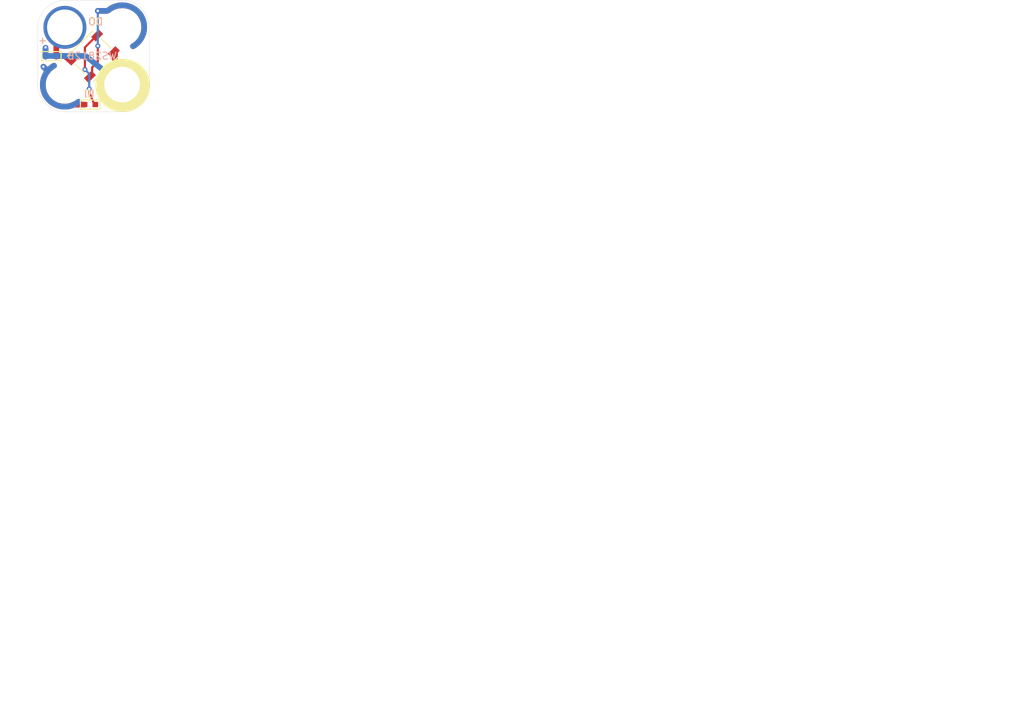
<source format=kicad_pcb>
(kicad_pcb (version 20171130) (host pcbnew 5.0.0-fee4fd1~66~ubuntu16.04.1)

  (general
    (thickness 1.6)
    (drawings 1)
    (tracks 0)
    (zones 0)
    (modules 1)
    (nets 2)
  )

  (page USLetter)
  (title_block
    (title "2x2 LED RGB Neopixel (WS2812B) Module")
    (date "14 May 2018")
    (rev v1.1)
    (company "All rights reserved.")
    (comment 1 help@browndoggadgets.com)
    (comment 2 http://browndoggadgets.com/)
    (comment 3 "Brown Dog Gadgets")
  )

  (layers
    (0 F.Cu signal)
    (31 B.Cu signal)
    (34 B.Paste user)
    (35 F.Paste user)
    (36 B.SilkS user)
    (37 F.SilkS user)
    (38 B.Mask user)
    (39 F.Mask user)
    (40 Dwgs.User user)
    (44 Edge.Cuts user)
    (46 B.CrtYd user)
    (47 F.CrtYd user)
    (48 B.Fab user)
    (49 F.Fab user)
  )

  (setup
    (last_trace_width 0.254)
    (user_trace_width 0.1524)
    (user_trace_width 0.254)
    (user_trace_width 0.3302)
    (user_trace_width 0.508)
    (user_trace_width 0.762)
    (user_trace_width 1.27)
    (trace_clearance 0.254)
    (zone_clearance 0.508)
    (zone_45_only no)
    (trace_min 0.1524)
    (segment_width 0.1524)
    (edge_width 0.1524)
    (via_size 0.6858)
    (via_drill 0.3302)
    (via_min_size 0.6858)
    (via_min_drill 0.3302)
    (user_via 0.6858 0.3302)
    (user_via 0.762 0.4064)
    (user_via 0.8636 0.508)
    (uvia_size 0.6858)
    (uvia_drill 0.3302)
    (uvias_allowed no)
    (uvia_min_size 0)
    (uvia_min_drill 0)
    (pcb_text_width 0.1524)
    (pcb_text_size 1.016 1.016)
    (mod_edge_width 0.1524)
    (mod_text_size 1.016 1.016)
    (mod_text_width 0.1524)
    (pad_size 0.6858 0.6858)
    (pad_drill 0.3302)
    (pad_to_mask_clearance 0.0762)
    (solder_mask_min_width 0.1016)
    (pad_to_paste_clearance -0.0762)
    (aux_axis_origin 0 0)
    (visible_elements FFFEDF7D)
    (pcbplotparams
      (layerselection 0x310fc_80000001)
      (usegerberextensions true)
      (usegerberattributes false)
      (usegerberadvancedattributes false)
      (creategerberjobfile false)
      (excludeedgelayer true)
      (linewidth 0.100000)
      (plotframeref false)
      (viasonmask false)
      (mode 1)
      (useauxorigin false)
      (hpglpennumber 1)
      (hpglpenspeed 20)
      (hpglpendiameter 15.000000)
      (psnegative false)
      (psa4output false)
      (plotreference true)
      (plotvalue true)
      (plotinvisibletext false)
      (padsonsilk false)
      (subtractmaskfromsilk false)
      (outputformat 1)
      (mirror false)
      (drillshape 0)
      (scaleselection 1)
      (outputdirectory "gerbers"))
  )

  (net 0 "")
  (net 1 GND)

  (net_class Default "This is the default net class."
    (clearance 0.254)
    (trace_width 0.254)
    (via_dia 0.6858)
    (via_drill 0.3302)
    (uvia_dia 0.6858)
    (uvia_drill 0.3302)
    (add_net GND)
  )

  (module Crazy_Circuits:LED-RGB-5050-NEOPIXEL-ROTATED-2x2 (layer F.Cu) (tedit 5BA9C13D) (tstamp 5AF9ACC5)
    (at 9.573954 52.025584)
    (descr "2.54mm pitch through hole centered 2x2")
    (path /57C8DCCA)
    (fp_text reference LED1 (at 3.967678 -4.063388 45) (layer F.Fab)
      (effects (font (size 1 1) (thickness 0.15)))
    )
    (fp_text value WS2812B (at 5.7 -12.8) (layer F.Fab) hide
      (effects (font (size 1 1) (thickness 0.15)))
    )
    (fp_text user + (at -3.1 -6.2) (layer F.SilkS)
      (effects (font (size 1 1) (thickness 0.15)))
    )
    (fp_text user DI (at 3.4 1.3) (layer B.SilkS)
      (effects (font (size 1 1) (thickness 0.15)) (justify mirror))
    )
    (fp_text user DO (at 4.3 -8.8) (layer F.SilkS)
      (effects (font (size 1 1) (thickness 0.15)))
    )
    (fp_line (start 3.4 0.6) (end 3.4 1.1) (layer F.Cu) (width 0.3))
    (fp_arc (start 8.025 -8.025) (end 6.1 -10.4) (angle 189.6893348) (layer B.Cu) (width 0.8))
    (fp_arc (start 8.025 -8.025) (end 6.1 -10.4) (angle 189.6893348) (layer B.Mask) (width 0.8))
    (fp_arc (start 8.025 -8.025) (end 6.1 -10.4) (angle 189.6893348) (layer F.Cu) (width 0.8))
    (fp_arc (start 8.025 -8.025) (end 6.1 -10.4) (angle 189.6938493) (layer F.Mask) (width 0.8))
    (fp_line (start -2.7 -3.9) (end -2.7 -5.1) (layer B.Cu) (width 0.8))
    (fp_text user DO (at 4.3 -8.8) (layer B.SilkS)
      (effects (font (size 1 1) (thickness 0.15)) (justify mirror))
    )
    (fp_line (start 2.9 -4) (end 8.6 0.6) (layer B.Cu) (width 0.8))
    (fp_line (start 2.9 -4) (end -2.7 -4) (layer B.Cu) (width 0.8))
    (fp_line (start -3 -2.5) (end -2.4 -1.9) (layer B.Cu) (width 0.8))
    (fp_line (start -3 -2.5) (end -2.4 -1.9) (layer F.Cu) (width 0.8))
    (fp_line (start 2.8 -2.1) (end 2.8 -5.2) (layer F.Cu) (width 0.3))
    (fp_line (start 4.6 -3.2) (end 4.6 -5.4) (layer F.Cu) (width 0.3))
    (fp_line (start 3.4 -1.5) (end 2.8 -2.1) (layer B.Cu) (width 0.3))
    (fp_line (start -2.7 -3.9) (end -2.7 -5.1) (layer F.Cu) (width 0.8))
    (fp_line (start 4.6 -10.3) (end 5.9 -10.3) (layer B.Cu) (width 0.8))
    (fp_line (start 4.6 -10.3) (end 5.9 -10.3) (layer F.Cu) (width 0.8))
    (fp_line (start 4.6 -5.4) (end 4.6 -10.3) (layer B.Cu) (width 0.3))
    (fp_line (start 3.8 -2.4) (end 4.6 -3.2) (layer F.Cu) (width 0.3))
    (fp_line (start 3.8 -2.4) (end 3.8 -1.5) (layer F.Cu) (width 0.3))
    (fp_line (start 7 -1.8) (end 7 -4.5) (layer F.Cu) (width 0.8))
    (fp_line (start 1.2 2.8) (end 2.7 2.8) (layer F.Cu) (width 0.8))
    (fp_line (start 4.1 2.7) (end 3.4 1.1) (layer F.Cu) (width 0.3))
    (fp_line (start 3.4 -1.5) (end 3.4 0.6) (layer B.Cu) (width 0.3))
    (fp_line (start 0.8 -3.3) (end 0 -4) (layer F.Cu) (width 0.8))
    (fp_line (start -1.2 -4) (end -0.1 -4) (layer F.Cu) (width 0.8))
    (fp_arc (start -0.025 0.025) (end 1.9 2.4) (angle 189.6893348) (layer B.Cu) (width 0.8))
    (fp_arc (start -0.025 0.025) (end 1.9 2.4) (angle 189.6893348) (layer B.Mask) (width 0.8))
    (fp_arc (start -0.025 0.025) (end 1.9 2.4) (angle 189.6893348) (layer F.Cu) (width 0.8))
    (fp_arc (start -0.025 0.025) (end 1.9 2.4) (angle 189.6938493) (layer F.Mask) (width 0.8))
    (fp_line (start 4.950046 3.534416) (end 2.050046 3.534416) (layer F.CrtYd) (width 0.05))
    (fp_line (start 4.950046 3.534416) (end 2.050046 3.534416) (layer F.Fab) (width 0.05))
    (fp_text user R1 (at 3.500046 2.684416 180) (layer F.Fab)
      (effects (font (size 1 1) (thickness 0.15)))
    )
    (fp_line (start 2.050046 3.534416) (end 2.050046 2.034416) (layer F.CrtYd) (width 0.05))
    (fp_line (start 4.950046 3.534416) (end 4.950046 2.034416) (layer F.CrtYd) (width 0.05))
    (fp_line (start 4.950046 2.034416) (end 2.050046 2.034416) (layer F.CrtYd) (width 0.05))
    (fp_line (start 2.166546 2.149416) (end 4.897046 2.149416) (layer F.SilkS) (width 0.15))
    (fp_line (start 2.166546 3.419416) (end 2.166546 2.149416) (layer F.SilkS) (width 0.1524))
    (fp_line (start 4.897046 3.419416) (end 4.897046 2.149416) (layer F.SilkS) (width 0.1524))
    (fp_line (start 4.897046 3.419416) (end 2.166546 3.419416) (layer F.SilkS) (width 0.15))
    (fp_line (start 4.950046 2.034416) (end 2.050046 2.034416) (layer F.Fab) (width 0.05))
    (fp_line (start 4.950046 3.534416) (end 4.950046 2.034416) (layer F.Fab) (width 0.05))
    (fp_line (start 2.050046 3.534416) (end 2.050046 2.034416) (layer F.Fab) (width 0.05))
    (fp_text user + (at -3.1 -6.2) (layer B.SilkS)
      (effects (font (size 1 1) (thickness 0.15)) (justify mirror))
    )
    (fp_line (start 7.975 0.1) (end 8.2 0.125) (layer F.SilkS) (width 7.4))
    (fp_line (start 9.9 -1.7) (end 8 -3.6) (layer F.Fab) (width 0.1))
    (fp_line (start 2.782567 -1.550331) (end 1.525331 -2.807567) (layer F.SilkS) (width 0.1524))
    (fp_line (start 7.542102 -3.975) (end 3.95 -0.382898) (layer F.SilkS) (width 0.1524))
    (fp_line (start 0.357898 -3.975) (end 3.860197 -7.4773) (layer F.SilkS) (width 0.1524))
    (fp_line (start 6.374669 -5.142433) (end 5.117433 -6.399669) (layer F.SilkS) (width 0.1524))
    (fp_text user %R (at 6.4 -12.8) (layer F.SilkS) hide
      (effects (font (size 1 1) (thickness 0.15)))
    )
    (fp_line (start -0.475 -4.725) (end -3.375 -4.725) (layer F.Fab) (width 0.05))
    (fp_line (start -3.375 -3.225) (end -3.375 -4.725) (layer F.Fab) (width 0.05))
    (fp_line (start -0.475 -3.225) (end -0.475 -4.725) (layer F.Fab) (width 0.05))
    (fp_line (start -0.475 -3.225) (end -3.375 -3.225) (layer F.CrtYd) (width 0.05))
    (fp_line (start -3.2585 -4.61) (end -0.528 -4.61) (layer F.SilkS) (width 0.15))
    (fp_line (start -0.528 -3.34) (end -3.2585 -3.34) (layer F.SilkS) (width 0.15))
    (fp_line (start -3.375 -3.225) (end -3.375 -4.725) (layer F.CrtYd) (width 0.05))
    (fp_line (start -0.475 -3.225) (end -0.475 -4.725) (layer F.CrtYd) (width 0.05))
    (fp_line (start -0.475 -4.725) (end -3.375 -4.725) (layer F.CrtYd) (width 0.05))
    (fp_line (start -0.475 -3.225) (end -3.375 -3.225) (layer F.Fab) (width 0.05))
    (fp_text user WS2812B (at 3.8 -4 180) (layer B.SilkS)
      (effects (font (size 1 1) (thickness 0.15)) (justify mirror))
    )
    (fp_line (start -3.2585 -3.34) (end -3.2585 -4.61) (layer F.SilkS) (width 0.1524))
    (fp_line (start -0.528 -3.34) (end -0.528 -4.61) (layer F.SilkS) (width 0.1524))
    (fp_arc (start 0.1 -7.9) (end -3.8 -7.9) (angle 90) (layer F.Fab) (width 0.04064))
    (fp_arc (start 0.1 -0.1) (end 0.1 3.8) (angle 90) (layer F.Fab) (width 0.04064))
    (fp_arc (start 7.9 -0.1) (end 11.8 -0.1) (angle 90) (layer F.Fab) (width 0.04064))
    (fp_arc (start 7.9 -7.9) (end 7.9 -11.8) (angle 90) (layer F.Fab) (width 0.04064))
    (fp_line (start -3.8 -0.1) (end -3.8 -7.9) (layer F.Fab) (width 0.04064))
    (fp_line (start 11.8 -0.1) (end 11.8 -7.9) (layer F.Fab) (width 0.04064))
    (fp_line (start 8 3.8) (end 0.1 3.8) (layer F.Fab) (width 0.04064))
    (fp_line (start 8 -11.8) (end 0.1 -11.8) (layer F.Fab) (width 0.04064))
    (fp_arc (start 0.1 -7.9) (end -3.8 -7.9) (angle 90) (layer Edge.Cuts) (width 0.04064))
    (fp_arc (start 0.1 -0.1) (end 0.1 3.8) (angle 90) (layer Edge.Cuts) (width 0.04064))
    (fp_arc (start 7.9 -0.1) (end 11.8 -0.1) (angle 90) (layer Edge.Cuts) (width 0.04064))
    (fp_arc (start 7.9 -7.9) (end 7.9 -11.8) (angle 90) (layer Edge.Cuts) (width 0.04064))
    (fp_line (start -3.8 -0.1) (end -3.8 -7.9) (layer Edge.Cuts) (width 0.04064))
    (fp_line (start 11.8 -0.1) (end 11.8 -7.9) (layer Edge.Cuts) (width 0.04064))
    (fp_line (start 8 3.8) (end 0.1 3.8) (layer Edge.Cuts) (width 0.04064))
    (fp_line (start 8 -11.8) (end 0.1 -11.8) (layer Edge.Cuts) (width 0.04064))
    (fp_text user 1 (at 1.3 -3.7) (layer F.Fab)
      (effects (font (size 1 1) (thickness 0.15)))
    )
    (fp_text user Polarity (at 8.6 -0.8 180) (layer F.Fab)
      (effects (font (size 1 1) (thickness 0.15)))
    )
    (fp_text user Mark (at 7.425 0.75 180) (layer F.Fab)
      (effects (font (size 1 1) (thickness 0.15)))
    )
    (fp_text user DI (at 3.4 1.3) (layer F.SilkS)
      (effects (font (size 1 1) (thickness 0.15)))
    )
    (fp_text user C1 (at -1.8 -3.95) (layer F.Fab)
      (effects (font (size 1 1) (thickness 0.15)))
    )
    (fp_line (start 0.2 -3.9) (end 4.3 -8) (layer F.Fab) (width 0.15))
    (fp_line (start 4.3 -8) (end 7.3 -5) (layer F.Fab) (width 0.15))
    (fp_line (start 7.3 -5) (end 7.3 -3.5) (layer F.Fab) (width 0.15))
    (fp_line (start 7.3 -3.5) (end 3.7 0.1) (layer F.Fab) (width 0.15))
    (fp_line (start 3.7 0.1) (end -0.1 -3.6) (layer F.Fab) (width 0.15))
    (fp_line (start -0.1 -3.6) (end 0.2 -3.9) (layer F.Fab) (width 0.15))
    (fp_line (start -1.2 -3.9) (end -1.2 -6.6) (layer F.Cu) (width 0.8))
    (fp_line (start 4.3 -6.7) (end 2.8 -5.2) (layer F.Cu) (width 0.3))
    (pad 3 thru_hole circle (at -2.7 -5.2) (size 0.6858 0.6858) (drill 0.3302) (layers *.Cu)
      (net 1 GND))
    (pad DIN2 thru_hole circle (at -3 -2.5) (size 0.6858 0.6858) (drill 0.3302) (layers *.Cu))
    (pad DOUT thru_hole circle (at 4.6 -10.3) (size 0.6858 0.6858) (drill 0.3302) (layers *.Cu))
    (pad DOUT thru_hole circle (at 4.6 -5.4) (size 0.6858 0.6858) (drill 0.3302) (layers *.Cu))
    (pad DIN thru_hole circle (at 3.4 0.6) (size 0.6858 0.6858) (drill 0.3302) (layers *.Cu))
    (pad DIN thru_hole circle (at 2.8 -2.1) (size 0.6858 0.6858) (drill 0.3302) (layers *.Cu))
    (pad "" np_thru_hole circle (at 8 -8) (size 4.98 4.98) (drill 4.98) (layers *.Cu))
    (pad DIN2 smd rect (at 2.750046 2.784416 180) (size 0.8 0.75) (layers F.Cu F.Paste F.Mask))
    (pad DIN smd rect (at 4.250046 2.784416 180) (size 0.8 0.75) (layers F.Cu F.Paste F.Mask))
    (pad DIN smd rect (at 4.506776 -6.866642 225) (size 1.4986 0.889) (layers F.Cu F.Paste F.Mask))
    (pad GND smd rect (at 6.841642 -4.531776 225) (size 1.4986 0.889) (layers F.Cu F.Paste F.Mask))
    (pad DOUT smd rect (at 3.5 -1.1 225) (size 1.4986 0.889) (layers F.Cu F.Paste F.Mask))
    (pad VCC smd rect (at 1.1 -3.5 225) (size 1.4986 0.889) (layers F.Cu F.Paste F.Mask))
    (pad GND smd rect (at -2.675 -3.975 180) (size 0.8 0.75) (layers F.Cu F.Paste F.Mask))
    (pad VCC smd rect (at -1.175 -3.975 180) (size 0.8 0.75) (layers F.Cu F.Paste F.Mask))
    (pad GND thru_hole circle (at 8 0) (size 6 6) (drill 4.98) (layers *.Cu *.Mask))
    (pad VCC thru_hole circle (at 0 -8) (size 6 6) (drill 4.98) (layers *.Cu *.Mask))
    (pad "" np_thru_hole circle (at 0 0) (size 4.98 4.98) (drill 4.98) (layers *.Cu))
  )

  (gr_text "FABRICATION NOTES\n\n1. THIS IS A 2 LAYER BOARD. \n2. EXTERNAL LAYERS SHALL HAVE 1 OZ COPPER.\n3. MATERIAL: FR4 AND 0.062 INCH +/- 10% THICK.\n4. BOARDS SHALL BE ROHS COMPLIANT. \n5. MANUFACTURE IN ACCORDANCE WITH IPC-6012 CLASS 2\n6. MASK: BOTH SIDES OF THE BOARD SHALL HAVE \n   SOLDER MASK (BLACK) OVER BARE COPPER. \n7. SILK: BOTH SIDES OF THE BOARD SHALL HAVE \n   WHITE SILKSCREEN. DO NOT PLACE SILK OVER BARE COPPER.\n8. FINISH: ENIG.\n9. MINIMUM TRACE WIDTH - 0.006 INCH.\n   MINIMUM SPACE - 0.006 INCH.\n   MINIMUM HOLE DIA - 0.013 INCH. \n10. MAX HOLE PLACEMENT TOLERANCE OF +/- 0.003 INCH.\n11. MAX HOLE DIAMETER TOLERANCE OF +/- 0.003 INCH AFTER PLATING." (at 0.508 103.632) (layer Dwgs.User)
    (effects (font (size 2.54 2.54) (thickness 0.254)) (justify left))
  )

)

</source>
